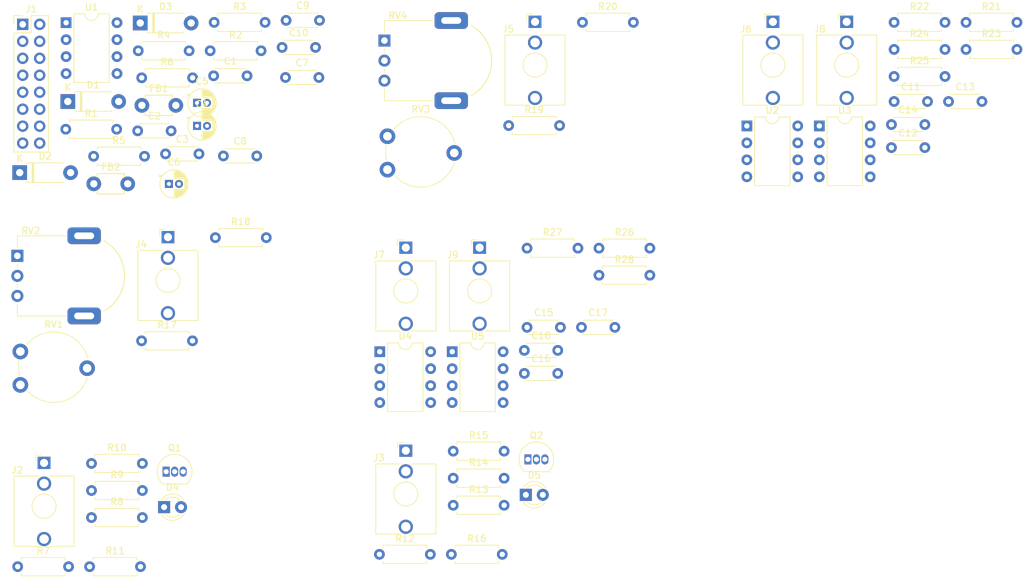
<source format=kicad_pcb>
(kicad_pcb (version 20221018) (generator pcbnew)
  (layers (0 "F.Cu" signal) (31 "B.Cu" signal) (34 "B.Paste" user) (35 "F.Paste" user) (36 "B.SilkS" user "B.Silkscreen") (37 "F.SilkS" user "F.Silkscreen") (38 "B.Mask" user) (39 "F.Mask" user) (44 "Edge.Cuts" user))
  (net 0 "")
  (net 1 "+12V")
  (net 2 "GND")
  (net 3 "-12V")
  (net 4 "+5V")
  (net 5 "Net-(D2-K)")
  (net 6 "Net-(D3-A)")
  (net 7 "/Detector 1/Clipped")
  (net 8 "/Detector 2/Clipped")
  (net 9 "Net-(D1-A)")
  (net 10 "Net-(D2-A)")
  (net 11 "Net-(D3-K)")
  (net 12 "CV")
  (net 13 "Gate")
  (net 14 "Net-(J2-PadT)")
  (net 16 "Net-(J3-PadT)")
  (net 18 "Net-(J4-PadT)")
  (net 19 "Net-(J4-PadTN)")
  (net 20 "Net-(J5-PadT)")
  (net 21 "Net-(J5-PadTN)")
  (net 22 "Net-(J6-PadT)")
  (net 23 "Net-(D4-K)")
  (net 24 "Net-(J7-PadT)")
  (net 26 "Net-(D5-K)")
  (net 27 "Net-(J8-PadT)")
  (net 28 "Net-(J9-PadT)")
  (net 30 "Net-(Q1-C)")
  (net 31 "Net-(Q1-B)")
  (net 32 "Net-(Q2-C)")
  (net 33 "Net-(Q2-B)")
  (net 34 "DELAY_THRESHOLD")
  (net 35 "/Output 1/Clip Input")
  (net 36 "Net-(R17-Pad2)")
  (net 37 "Net-(R18-Pad2)")
  (net 38 "/Output 2/Clip Input")
  (net 39 "Net-(R15-Pad2)")
  (net 40 "Net-(R16-Pad2)")
  (net 41 "Net-(U2A-+)")
  (net 42 "Net-(U3A--)")
  (net 43 "/Clip CV 1/Clip CV")
  (net 44 "Net-(U2B--)")
  (net 45 "Net-(U3B-+)")
  (net 46 "Net-(U2A--)")
  (net 47 "Net-(U4A-+)")
  (net 48 "Net-(U5A--)")
  (net 49 "/Clip CV 2/Clip CV")
  (net 50 "Net-(U4B--)")
  (net 51 "Net-(U5B-+)")
  (net 52 "Net-(U4A--)")
  (footprint "mopsy:Potentiometer_Befaco_12mm_Single_Vertical" (layer "F.Cu") (at 69.51 98.535)
    (fp_text reference "RV2" (at -8 -6.75) (layer "F.SilkS"))
    (fp_text value "100k")
    (pad "1" thru_hole rect (at -10 -3) (size 1.8 1.8) (drill 1) (layers "*.Cu" "*.Mask") (net 18 "Net-(J4-PadT)"))
    (pad "2" thru_hole circle (at -10 0) (size 1.8 1.8) (drill 1) (layers "*.Cu" "*.Mask") (net 43 "/Clip CV 1/Clip CV"))
    (pad "3" thru_hole circle (at -10 3) (size 1.8 1.8) (drill 1) (layers "*.Cu" "*.Mask") (net 2 "GND"))
    (pad "MP" thru_hole roundrect (at 0 -6) (size 5 2.5) (drill oval 3 1) (layers "*.Cu" "*.Mask"))
    (pad "MP" thru_hole roundrect (at 0 6) (size 5 2.5) (drill oval 3 1) (layers "*.Cu" "*.Mask"))
  )
  (footprint "Resistor_THT:R_Axial_DIN0207_L6.3mm_D2.5mm_P7.62mm_Horizontal" (layer "F.Cu") (at 124.77 132.88)
    (fp_text reference "R13" (at 3.81 -2.37) (layer "F.SilkS"))
    (fp_text value "2k2")
    (pad "1" thru_hole circle (at 0 0) (size 1.6 1.6) (drill 0.8) (layers "*.Cu" "*.Mask") (net 4 "+5V"))
    (pad "2" thru_hole oval (at 7.62 0) (size 1.6 1.6) (drill 0.8) (layers "*.Cu" "*.Mask") (net 32 "Net-(Q2-C)"))
  )
  (footprint "Package_DIP:DIP-8_W7.62mm" (layer "F.Cu") (at 179.58 76.08)
    (fp_text reference "U3" (at 3.81 -2.33) (layer "F.SilkS"))
    (fp_text value "LM393")
    (pad "1" thru_hole rect (at 0 0) (size 1.6 1.6) (drill 0.8) (layers "*.Cu" "*.Mask") (net 7 "/Detector 1/Clipped"))
    (pad "2" thru_hole oval (at 0 2.54) (size 1.6 1.6) (drill 0.8) (layers "*.Cu" "*.Mask") (net 42 "Net-(U3A--)"))
    (pad "3" thru_hole oval (at 0 5.08) (size 1.6 1.6) (drill 0.8) (layers "*.Cu" "*.Mask") (net 46 "Net-(U2A--)"))
    (pad "4" thru_hole oval (at 0 7.62) (size 1.6 1.6) (drill 0.8) (layers "*.Cu" "*.Mask") (net 3 "-12V"))
    (pad "5" thru_hole oval (at 7.62 7.62) (size 1.6 1.6) (drill 0.8) (layers "*.Cu" "*.Mask") (net 45 "Net-(U3B-+)"))
    (pad "6" thru_hole oval (at 7.62 5.08) (size 1.6 1.6) (drill 0.8) (layers "*.Cu" "*.Mask") (net 46 "Net-(U2A--)"))
    (pad "7" thru_hole oval (at 7.62 2.54) (size 1.6 1.6) (drill 0.8) (layers "*.Cu" "*.Mask") (net 7 "/Detector 1/Clipped"))
    (pad "8" thru_hole oval (at 7.62 0) (size 1.6 1.6) (drill 0.8) (layers "*.Cu" "*.Mask") (net 1 "+12V"))
  )
  (footprint "Connector_Audio:Jack_3.5mm_QingPu_WQP-PJ398SM_Vertical_CircularHoles" (layer "F.Cu") (at 183.68 60.5)
    (fp_text reference "J8" (at -4.03 1.08 180) (layer "F.SilkS"))
    (fp_text value "Audio In")
    (pad "S" thru_hole rect (at 0 0 180) (size 1.93 1.83) (drill 1.22) (layers "*.Cu" "*.Mask") (net 2 "GND"))
    (pad "T" thru_hole circle (at 0 11.4 180) (size 2.13 2.13) (drill 1.43) (layers "*.Cu" "*.Mask") (net 27 "Net-(J8-PadT)"))
    (pad "TN" thru_hole circle (at 0 3.1 180) (size 2.13 2.13) (drill 1.42) (layers "*.Cu" "*.Mask") (net 2 "GND"))
  )
  (footprint "mopsy:FBeadL4D4" (layer "F.Cu") (at 80.695 73.004)
    (fp_text reference "FB1" (at 0 -2.54 unlocked) (layer "F.SilkS"))
    (fp_text value "FerriteBead")
    (pad "1" thru_hole circle (at -2.54 0) (size 2.2 2.2) (drill 1.1) (layers "*.Cu" "*.Mask") (net 5 "Net-(D2-K)"))
    (pad "2" thru_hole circle (at 2.54 0) (size 2.2 2.2) (drill 1.1) (layers "*.Cu" "*.Mask") (net 1 "+12V"))
  )
  (footprint "Connector_Audio:Jack_3.5mm_QingPu_WQP-PJ398SM_Vertical_CircularHoles" (layer "F.Cu") (at 128.72 94.31)
    (fp_text reference "J9" (at -4.03 1.08 180) (layer "F.SilkS"))
    (fp_text value "Through")
    (pad "S" thru_hole rect (at 0 0 180) (size 1.93 1.83) (drill 1.22) (layers "*.Cu" "*.Mask") (net 2 "GND"))
    (pad "T" thru_hole circle (at 0 11.4 180) (size 2.13 2.13) (drill 1.43) (layers "*.Cu" "*.Mask") (net 28 "Net-(J9-PadT)"))
    (pad "TN" thru_hole circle (at 0 3.1 180) (size 2.13 2.13) (drill 1.42) (layers "*.Cu" "*.Mask"))
  )
  (footprint "Potentiometer_THT:Potentiometer_Piher_PT-10-V10_Vertical" (layer "F.Cu") (at 59.96 114.86)
    (fp_text reference "RV1" (at 5 -9.05) (layer "F.SilkS"))
    (fp_text value "10k")
    (pad "1" thru_hole circle (at 0 0) (size 2.34 2.34) (drill 1.3) (layers "*.Cu" "*.Mask") (net 39 "Net-(R15-Pad2)"))
    (pad "2" thru_hole circle (at 10 -2.5) (size 2.34 2.34) (drill 1.3) (layers "*.Cu" "*.Mask") (net 19 "Net-(J4-PadTN)"))
    (pad "3" thru_hole circle (at 0 -5) (size 2.34 2.34) (drill 1.3) (layers "*.Cu" "*.Mask") (net 40 "Net-(R16-Pad2)"))
  )
  (footprint "Package_DIP:DIP-8_W7.62mm" (layer "F.Cu") (at 124.62 109.89)
    (fp_text reference "U5" (at 3.81 -2.33) (layer "F.SilkS"))
    (fp_text value "LM393")
    (pad "1" thru_hole rect (at 0 0) (size 1.6 1.6) (drill 0.8) (layers "*.Cu" "*.Mask") (net 8 "/Detector 2/Clipped"))
    (pad "2" thru_hole oval (at 0 2.54) (size 1.6 1.6) (drill 0.8) (layers "*.Cu" "*.Mask") (net 48 "Net-(U5A--)"))
    (pad "3" thru_hole oval (at 0 5.08) (size 1.6 1.6) (drill 0.8) (layers "*.Cu" "*.Mask") (net 52 "Net-(U4A--)"))
    (pad "4" thru_hole oval (at 0 7.62) (size 1.6 1.6) (drill 0.8) (layers "*.Cu" "*.Mask") (net 3 "-12V"))
    (pad "5" thru_hole oval (at 7.62 7.62) (size 1.6 1.6) (drill 0.8) (layers "*.Cu" "*.Mask") (net 51 "Net-(U5B-+)"))
    (pad "6" thru_hole oval (at 7.62 5.08) (size 1.6 1.6) (drill 0.8) (layers "*.Cu" "*.Mask") (net 52 "Net-(U4A--)"))
    (pad "7" thru_hole oval (at 7.62 2.54) (size 1.6 1.6) (drill 0.8) (layers "*.Cu" "*.Mask") (net 8 "/Detector 2/Clipped"))
    (pad "8" thru_hole oval (at 7.62 0) (size 1.6 1.6) (drill 0.8) (layers "*.Cu" "*.Mask") (net 1 "+12V"))
  )
  (footprint "Package_DIP:DIP-8_W7.62mm" (layer "F.Cu") (at 66.81 60.63)
    (fp_text reference "U1" (at 3.81 -2.33) (layer "F.SilkS"))
    (fp_text value "LM393")
    (pad "1" thru_hole rect (at 0 0) (size 1.6 1.6) (drill 0.8) (layers "*.Cu" "*.Mask") (net 35 "/Output 1/Clip Input"))
    (pad "2" thru_hole oval (at 0 2.54) (size 1.6 1.6) (drill 0.8) (layers "*.Cu" "*.Mask") (net 7 "/Detector 1/Clipped"))
    (pad "3" thru_hole oval (at 0 5.08) (size 1.6 1.6) (drill 0.8) (layers "*.Cu" "*.Mask") (net 34 "DELAY_THRESHOLD"))
    (pad "4" thru_hole oval (at 0 7.62) (size 1.6 1.6) (drill 0.8) (layers "*.Cu" "*.Mask") (net 3 "-12V"))
    (pad "5" thru_hole oval (at 7.62 7.62) (size 1.6 1.6) (drill 0.8) (layers "*.Cu" "*.Mask") (net 34 "DELAY_THRESHOLD"))
    (pad "6" thru_hole oval (at 7.62 5.08) (size 1.6 1.6) (drill 0.8) (layers "*.Cu" "*.Mask") (net 8 "/Detector 2/Clipped"))
    (pad "7" thru_hole oval (at 7.62 2.54) (size 1.6 1.6) (drill 0.8) (layers "*.Cu" "*.Mask") (net 38 "/Output 2/Clip Input"))
    (pad "8" thru_hole oval (at 7.62 0) (size 1.6 1.6) (drill 0.8) (layers "*.Cu" "*.Mask") (net 1 "+12V"))
  )
  (footprint "Resistor_THT:R_Axial_DIN0207_L6.3mm_D2.5mm_P7.62mm_Horizontal" (layer "F.Cu") (at 89.16 92.81)
    (fp_text reference "R18" (at 3.81 -2.37) (layer "F.SilkS"))
    (fp_text value "100k")
    (pad "1" thru_hole circle (at 0 0) (size 1.6 1.6) (drill 0.8) (layers "*.Cu" "*.Mask") (net 2 "GND"))
    (pad "2" thru_hole oval (at 7.62 0) (size 1.6 1.6) (drill 0.8) (layers "*.Cu" "*.Mask") (net 37 "Net-(R18-Pad2)"))
  )
  (footprint "Capacitor_THT:C_Disc_D4.3mm_W1.9mm_P5.00mm" (layer "F.Cu") (at 135.42 113.14)
    (fp_text reference "C16" (at 2.5 -2.2) (layer "F.SilkS"))
    (fp_text value "100n")
    (pad "1" thru_hole circle (at 0 0) (size 1.6 1.6) (drill 0.8) (layers "*.Cu" "*.Mask") (net 2 "GND"))
    (pad "2" thru_hole circle (at 5 0) (size 1.6 1.6) (drill 0.8) (layers "*.Cu" "*.Mask") (net 3 "-12V"))
  )
  (footprint "Capacitor_THT:CP_Radial_D4.0mm_P1.50mm" (layer "F.Cu") (at 82.204801 84.77)
    (fp_text reference "C6" (at 0.75 -3.25) (layer "F.SilkS"))
    (fp_text value "10u")
    (pad "1" thru_hole rect (at 0 0) (size 1.2 1.2) (drill 0.6) (layers "*.Cu" "*.Mask") (net 2 "GND"))
    (pad "2" thru_hole circle (at 1.5 0) (size 1.2 1.2) (drill 0.6) (layers "*.Cu" "*.Mask") (net 3 "-12V"))
  )
  (footprint "Resistor_THT:R_Axial_DIN0207_L6.3mm_D2.5mm_P7.62mm_Horizontal" (layer "F.Cu") (at 124.77 128.83)
    (fp_text reference "R14" (at 3.81 -2.37) (layer "F.SilkS"))
    (fp_text value "10k")
    (pad "1" thru_hole circle (at 0 0) (size 1.6 1.6) (drill 0.8) (layers "*.Cu" "*.Mask") (net 32 "Net-(Q2-C)"))
    (pad "2" thru_hole oval (at 7.62 0) (size 1.6 1.6) (drill 0.8) (layers "*.Cu" "*.Mask") (net 16 "Net-(J3-PadT)"))
  )
  (footprint "Capacitor_THT:C_Disc_D4.3mm_W1.9mm_P5.00mm" (layer "F.Cu") (at 99.15 64.33)
    (fp_text reference "C10" (at 2.5 -2.2) (layer "F.SilkS"))
    (fp_text value "100n")
    (pad "1" thru_hole circle (at 0 0) (size 1.6 1.6) (drill 0.8) (layers "*.Cu" "*.Mask") (net 2 "GND"))
    (pad "2" thru_hole circle (at 5 0) (size 1.6 1.6) (drill 0.8) (layers "*.Cu" "*.Mask") (net 3 "-12V"))
  )
  (footprint "Capacitor_THT:C_Disc_D4.3mm_W1.9mm_P5.00mm" (layer "F.Cu") (at 135.82 106.24)
    (fp_text reference "C15" (at 2.5 -2.2) (layer "F.SilkS"))
    (fp_text value "100n")
    (pad "1" thru_hole circle (at 0 0) (size 1.6 1.6) (drill 0.8) (layers "*.Cu" "*.Mask") (net 1 "+12V"))
    (pad "2" thru_hole circle (at 5 0) (size 1.6 1.6) (drill 0.8) (layers "*.Cu" "*.Mask") (net 2 "GND"))
  )
  (footprint "Resistor_THT:R_Axial_DIN0207_L6.3mm_D2.5mm_P7.62mm_Horizontal" (layer "F.Cu") (at 88.98 60.58)
    (fp_text reference "R3" (at 3.81 -2.37) (layer "F.SilkS"))
    (fp_text value "47k")
    (pad "1" thru_hole circle (at 0 0) (size 1.6 1.6) (drill 0.8) (layers "*.Cu" "*.Mask") (net 2 "GND"))
    (pad "2" thru_hole oval (at 7.62 0) (size 1.6 1.6) (drill 0.8) (layers "*.Cu" "*.Mask") (net 34 "DELAY_THRESHOLD"))
  )
  (footprint "Capacitor_THT:C_Disc_D4.3mm_W1.9mm_P5.00mm" (layer "F.Cu") (at 198.93 72.43)
    (fp_text reference "C13" (at 2.5 -2.2) (layer "F.SilkS"))
    (fp_text value "100n")
    (pad "1" thru_hole circle (at 0 0) (size 1.6 1.6) (drill 0.8) (layers "*.Cu" "*.Mask") (net 1 "+12V"))
    (pad "2" thru_hole circle (at 5 0) (size 1.6 1.6) (drill 0.8) (layers "*.Cu" "*.Mask") (net 2 "GND"))
  )
  (footprint "Diode_THT:D_DO-41_SOD81_P7.62mm_Horizontal" (layer "F.Cu") (at 77.91 60.68)
    (fp_text reference "D3" (at 3.81 -2.47) (layer "F.SilkS"))
    (fp_text value "1N5817")
    (fp_text user "K" (at 0 -2.1) (layer "F.SilkS"))
    (pad "1" thru_hole rect (at 0 0) (size 2.2 2.2) (drill 1.1) (layers "*.Cu" "*.Mask") (net 11 "Net-(D3-K)"))
    (pad "2" thru_hole oval (at 7.62 0) (size 2.2 2.2) (drill 1.1) (layers "*.Cu" "*.Mask") (net 6 "Net-(D3-A)"))
  )
  (footprint "Resistor_THT:R_Axial_DIN0207_L6.3mm_D2.5mm_P7.62mm_Horizontal" (layer "F.Cu") (at 133.07 76.03)
    (fp_text reference "R19" (at 3.81 -2.37) (layer "F.SilkS"))
    (fp_text value "100k")
    (pad "1" thru_hole circle (at 0 0) (size 1.6 1.6) (drill 0.8) (layers "*.Cu" "*.Mask") (net 22 "Net-(J6-PadT)"))
    (pad "2" thru_hole oval (at 7.62 0) (size 1.6 1.6) (drill 0.8) (layers "*.Cu" "*.Mask") (net 41 "Net-(U2A-+)"))
  )
  (footprint "Connector_Audio:Jack_3.5mm_QingPu_WQP-PJ398SM_Vertical_CircularHoles" (layer "F.Cu") (at 63.51 126.54)
    (fp_text reference "J2" (at -4.03 1.08 180) (layer "F.SilkS"))
    (fp_text value "Output Gate")
    (pad "S" thru_hole rect (at 0 0 180) (size 1.93 1.83) (drill 1.22) (layers "*.Cu" "*.Mask") (net 2 "GND"))
    (pad "T" thru_hole circle (at 0 11.4 180) (size 2.13 2.13) (drill 1.43) (layers "*.Cu" "*.Mask") (net 14 "Net-(J2-PadT)"))
    (pad "TN" thru_hole circle (at 0 3.1 180) (size 2.13 2.13) (drill 1.42) (layers "*.Cu" "*.Mask"))
  )
  (footprint "Capacitor_THT:C_Disc_D4.3mm_W1.9mm_P5.00mm" (layer "F.Cu") (at 99.654801 68.83)
    (fp_text reference "C7" (at 2.5 -2.2) (layer "F.SilkS"))
    (fp_text value "100n")
    (pad "1" thru_hole circle (at 0 0) (size 1.6 1.6) (drill 0.8) (layers "*.Cu" "*.Mask") (net 7 "/Detector 1/Clipped"))
    (pad "2" thru_hole circle (at 5 0) (size 1.6 1.6) (drill 0.8) (layers "*.Cu" "*.Mask") (net 3 "-12V"))
  )
  (footprint "Resistor_THT:R_Axial_DIN0207_L6.3mm_D2.5mm_P7.62mm_Horizontal" (layer "F.Cu") (at 190.78 68.68)
    (fp_text reference "R25" (at 3.81 -2.37) (layer "F.SilkS"))
    (fp_text value "100k")
    (pad "1" thru_hole circle (at 0 0) (size 1.6 1.6) (drill 0.8) (layers "*.Cu" "*.Mask") (net 48 "Net-(U5A--)"))
    (pad "2" thru_hole oval (at 7.62 0) (size 1.6 1.6) (drill 0.8) (layers "*.Cu" "*.Mask") (net 49 "/Clip CV 2/Clip CV"))
  )
  (footprint "Resistor_THT:R_Axial_DIN0207_L6.3mm_D2.5mm_P7.62mm_Horizontal" (layer "F.Cu") (at 124.49 140.23)
    (fp_text reference "R16" (at 3.81 -2.37) (layer "F.SilkS"))
    (fp_text value "100k")
    (pad "1" thru_hole circle (at 0 0) (size 1.6 1.6) (drill 0.8) (layers "*.Cu" "*.Mask") (net 2 "GND"))
    (pad "2" thru_hole oval (at 7.62 0) (size 1.6 1.6) (drill 0.8) (layers "*.Cu" "*.Mask") (net 40 "Net-(R16-Pad2)"))
  )
  (footprint "Capacitor_THT:C_Disc_D4.3mm_W1.9mm_P5.00mm" (layer "F.Cu") (at 90.354801 80.58)
    (fp_text reference "C8" (at 2.5 -2.2) (layer "F.SilkS"))
    (fp_text value "100n")
    (pad "1" thru_hole circle (at 0 0) (size 1.6 1.6) (drill 0.8) (layers "*.Cu" "*.Mask") (net 8 "/Detector 2/Clipped"))
    (pad "2" thru_hole circle (at 5 0) (size 1.6 1.6) (drill 0.8) (layers "*.Cu" "*.Mask") (net 3 "-12V"))
  )
  (footprint "mopsy:FBeadL4D4" (layer "F.Cu") (at 73.495 84.754)
    (fp_text reference "FB2" (at 0 -2.54 unlocked) (layer "F.SilkS"))
    (fp_text value "FerriteBead")
    (pad "1" thru_hole circle (at -2.54 0) (size 2.2 2.2) (drill 1.1) (layers "*.Cu" "*.Mask") (net 6 "Net-(D3-A)"))
    (pad "2" thru_hole circle (at 2.54 0) (size 2.2 2.2) (drill 1.1) (layers "*.Cu" "*.Mask") (net 3 "-12V"))
  )
  (footprint "Resistor_THT:R_Axial_DIN0207_L6.3mm_D2.5mm_P7.62mm_Horizontal" (layer "F.Cu") (at 146.59 98.44)
    (fp_text reference "R28" (at 3.81 -2.37) (layer "F.SilkS"))
    (fp_text value "1k")
    (pad "1" thru_hole circle (at 0 0) (size 1.6 1.6) (drill 0.8) (layers "*.Cu" "*.Mask") (net 28 "Net-(J9-PadT)"))
    (pad "2" thru_hole oval (at 7.62 0) (size 1.6 1.6) (drill 0.8) (layers "*.Cu" "*.Mask") (net 52 "Net-(U4A--)"))
  )
  (footprint "Capacitor_THT:C_Disc_D4.3mm_W1.9mm_P5.00mm" (layer "F.Cu") (at 135.42 109.69)
    (fp_text reference "C18" (at 2.5 -2.2) (layer "F.SilkS"))
    (fp_text value "100n")
    (pad "1" thru_hole circle (at 0 0) (size 1.6 1.6) (drill 0.8) (layers "*.Cu" "*.Mask") (net 2 "GND"))
    (pad "2" thru_hole circle (at 5 0) (size 1.6 1.6) (drill 0.8) (layers "*.Cu" "*.Mask") (net 3 "-12V"))
  )
  (footprint "Capacitor_THT:CP_Radial_D4.0mm_P1.50mm" (layer "F.Cu") (at 86.41 72.63)
    (fp_text reference "C5" (at 0.75 -3.25) (layer "F.SilkS"))
    (fp_text value "10u")
    (pad "1" thru_hole rect (at 0 0) (size 1.2 1.2) (drill 0.6) (layers "*.Cu" "*.Mask") (net 1 "+12V"))
    (pad "2" thru_hole circle (at 1.5 0) (size 1.2 1.2) (drill 0.6) (layers "*.Cu" "*.Mask") (net 2 "GND"))
  )
  (footprint "Connector_Audio:Jack_3.5mm_QingPu_WQP-PJ398SM_Vertical_CircularHoles" (layer "F.Cu") (at 82.06 92.73)
    (fp_text reference "J4" (at -4.03 1.08 180) (layer "F.SilkS"))
    (fp_text value "Input")
    (pad "S" thru_hole rect (at 0 0 180) (size 1.93 1.83) (drill 1.22) (layers "*.Cu" "*.Mask") (net 2 "GND"))
    (pad "T" thru_hole circle (at 0 11.4 180) (size 2.13 2.13) (drill 1.43) (layers "*.Cu" "*.Mask") (net 18 "Net-(J4-PadT)"))
    (pad "TN" thru_hole circle (at 0 3.1 180) (size 2.13 2.13) (drill 1.42) (layers "*.Cu" "*.Mask") (net 19 "Net-(J4-PadTN)"))
  )
  (footprint "Connector_Audio:Jack_3.5mm_QingPu_WQP-PJ398SM_Vertical_CircularHoles" (layer "F.Cu") (at 172.63 60.5)
    (fp_text reference "J6" (at -4.03 1.08 180) (layer "F.SilkS"))
    (fp_text value "Audio In")
    (pad "S" thru_hole rect (at 0 0 180) (size 1.93 1.83) (drill 1.22) (layers "*.Cu" "*.Mask") (net 2 "GND"))
    (pad "T" thru_hole circle (at 0 11.4 180) (size 2.13 2.13) (drill 1.43) (layers "*.Cu" "*.Mask") (net 22 "Net-(J6-PadT)"))
    (pad "TN" thru_hole circle (at 0 3.1 180) (size 2.13 2.13) (drill 1.42) (layers "*.Cu" "*.Mask") (net 2 "GND"))
  )
  (footprint "Capacitor_THT:CP_Radial_D4.0mm_P1.50mm" (layer "F.Cu") (at 86.41 76.08)
    (fp_text reference "C4" (at 0.75 -3.25) (layer "F.SilkS"))
    (fp_text value "10u")
    (pad "1" thru_hole rect (at 0 0) (size 1.2 1.2) (drill 0.6) (layers "*.Cu" "*.Mask") (net 4 "+5V"))
    (pad "2" thru_hole circle (at 1.5 0) (size 1.2 1.2) (drill 0.6) (layers "*.Cu" "*.Mask") (net 2 "GND"))
  )
  (footprint "Resistor_THT:R_Axial_DIN0207_L6.3mm_D2.5mm_P7.62mm_Horizontal" (layer "F.Cu") (at 70.93 80.63)
    (fp_text reference "R5" (at 3.81 -2.37) (layer "F.SilkS"))
    (fp_text value "22k")
    (pad "1" thru_hole circle (at 0 0) (size 1.6 1.6) (drill 0.8) (layers "*.Cu" "*.Mask") (net 35 "/Output 1/Clip Input"))
    (pad "2" thru_hole oval (at 7.62 0) (size 1.6 1.6) (drill 0.8) (layers "*.Cu" "*.Mask") (net 23 "Net-(D4-K)"))
  )
  (footprint "Resistor_THT:R_Axial_DIN0207_L6.3mm_D2.5mm_P7.62mm_Horizontal" (layer "F.Cu") (at 70.33 142.07)
    (fp_text reference "R11" (at 3.81 -2.37) (layer "F.SilkS"))
    (fp_text value "4k7")
    (pad "1" thru_hole circle (at 0 0) (size 1.6 1.6) (drill 0.8) (layers "*.Cu" "*.Mask") (net 4 "+5V"))
    (pad "2" thru_hole oval (at 7.62 0) (size 1.6 1.6) (drill 0.8) (layers "*.Cu" "*.Mask") (net 33 "Net-(Q2-B)"))
  )
  (footprint "Capacitor_THT:C_Disc_D4.3mm_W1.9mm_P5.00mm" (layer "F.Cu") (at 88.9 68.58)
    (fp_text reference "C1" (at 2.5 -2.2) (layer "F.SilkS"))
    (fp_text value "100n")
    (pad "1" thru_hole circle (at 0 0) (size 1.6 1.6) (drill 0.8) (layers "*.Cu" "*.Mask") (net 4 "+5V"))
    (pad "2" thru_hole circle (at 5 0) (size 1.6 1.6) (drill 0.8) (layers "*.Cu" "*.Mask") (net 2 "GND"))
  )
  (footprint "Resistor_THT:R_Axial_DIN0207_L6.3mm_D2.5mm_P7.62mm_Horizontal" (layer "F.Cu") (at 78.13 68.88)
    (fp_text reference "R6" (at 3.81 -2.37) (layer "F.SilkS"))
    (fp_text value "4k7")
    (pad "1" thru_hole circle (at 0 0) (size 1.6 1.6) (drill 0.8) (layers "*.Cu" "*.Mask") (net 4 "+5V"))
    (pad "2" thru_hole oval (at 7.62 0) (size 1.6 1.6) (drill 0.8) (layers "*.Cu" "*.Mask") (net 31 "Net-(Q1-B)"))
  )
  (footprint "Resistor_THT:R_Axial_DIN0207_L6.3mm_D2.5mm_P7.62mm_Horizontal" (layer "F.Cu") (at 201.55 60.58)
    (fp_text reference "R21" (at 3.81 -2.37) (layer "F.SilkS"))
    (fp_text value "100k")
    (pad "1" thru_hole circle (at 0 0) (size 1.6 1.6) (drill 0.8) (layers "*.Cu" "*.Mask") (net 44 "Net-(U2B--)"))
    (pad "2" thru_hole oval (at 7.62 0) (size 1.6 1.6) (drill 0.8) (layers "*.Cu" "*.Mask") (net 43 "/Clip CV 1/Clip CV"))
  )
  (footprint "Connector_Audio:Jack_3.5mm_QingPu_WQP-PJ398SM_Vertical_CircularHoles" (layer "F.Cu") (at 137.02 60.5)
    (fp_text reference "J5" (at -4.03 1.08 180) (layer "F.SilkS"))
    (fp_text value "Input")
    (pad "S" thru_hole rect (at 0 0 180) (size 1.93 1.83) (drill 1.22) (layers "*.Cu" "*.Mask") (net 2 "GND"))
    (pad "T" thru_hole circle (at 0 11.4 180) (size 2.13 2.13) (drill 1.43) (layers "*.Cu" "*.Mask") (net 20 "Net-(J5-PadT)"))
    (pad "TN" thru_hole circle (at 0 3.1 180) (size 2.13 2.13) (drill 1.42) (layers "*.Cu" "*.Mask") (net 21 "Net-(J5-PadTN)"))
  )
  (footprint "Resistor_THT:R_Axial_DIN0207_L6.3mm_D2.5mm_P7.62mm_Horizontal" (layer "F.Cu") (at 190.78 60.58)
    (fp_text reference "R22" (at 3.81 -2.37) (layer "F.SilkS"))
    (fp_text value "100k")
    (pad "1" thru_hole circle (at 0 0) (size 1.6 1.6) (drill 0.8) (layers "*.Cu" "*.Mask") (net 45 "Net-(U3B-+)"))
    (pad "2" thru_hole oval (at 7.62 0) (size 1.6 1.6) (drill 0.8) (layers "*.Cu" "*.Mask") (net 44 "Net-(U2B--)"))
  )
  (footprint "Capacitor_THT:C_Disc_D4.3mm_W1.9mm_P5.00mm" (layer "F.Cu") (at 99.75 60.28)
    (fp_text reference "C9" (at 2.5 -2.2) (layer "F.SilkS"))
    (fp_text value "100n")
    (pad "1" thru_hole circle (at 0 0) (size 1.6 1.6) (drill 0.8) (layers "*.Cu" "*.Mask") (net 1 "+12V"))
    (pad "2" thru_hole circle (at 5 0) (size 1.6 1.6) (drill 0.8) (layers "*.Cu" "*.Mask") (net 2 "GND"))
  )
  (footprint "Package_DIP:DIP-8_W7.62mm" (layer "F.Cu") (at 168.73 76.08)
    (fp_text reference "U2" (at 3.81 -2.33) (layer "F.SilkS"))
    (fp_text value "TL072")
    (pad "1" thru_hole rect (at 0 0) (size 1.6 1.6) (drill 0.8) (layers "*.Cu" "*.Mask") (net 46 "Net-(U2A--)"))
    (pad "2" thru_hole oval (at 0 2.54) (size 1.6 1.6) (drill 0.8) (layers "*.Cu" "*.Mask") (net 46 "Net-(U2A--)"))
    (pad "3" thru_hole oval (at 0 5.08) (size 1.6 1.6) (drill 0.8) (layers "*.Cu" "*.Mask") (net 41 "Net-(U2A-+)"))
    (pad "4" thru_hole oval (at 0 7.62) (size 1.6 1.6) (drill 0.8) (layers "*.Cu" "*.Mask") (net 3 "-12V"))
    (pad "5" thru_hole oval (at 7.62 7.62) (size 1.6 1.6) (drill 0.8) (layers "*.Cu" "*.Mask") (net 2 "GND"))
    (pad "6" thru_hole oval (at 7.62 5.08) (size 1.6 1.6) (drill 0.8) (layers "*.Cu" "*.Mask") (net 44 "Net-(U2B--)"))
    (pad "7" thru_hole oval (at 7.62 2.54) (size 1.6 1.6) (drill 0.8) (layers "*.Cu" "*.Mask") (net 45 "Net-(U3B-+)"))
    (pad "8" thru_hole oval (at 7.62 0) (size 1.6 1.6) (drill 0.8) (layers "*.Cu" "*.Mask") (net 1 "+12V"))
  )
  (footprint "Resistor_THT:R_Axial_DIN0207_L6.3mm_D2.5mm_P7.62mm_Horizontal" (layer "F.Cu") (at 70.61 126.62)
    (fp_text reference "R10" (at 3.81 -2.37) (layer "F.SilkS"))
    (fp_text value "22k")
    (pad "1" thru_hole circle (at 0 0) (size 1.6 1.6) (drill 0.8) (layers "*.Cu" "*.Mask") (net 38 "/Output 2/Clip Input"))
    (pad "2" thru_hole oval (at 7.62 0) (size 1.6 1.6) (drill 0.8) (layers "*.Cu" "*.Mask") (net 26 "Net-(D5-K)"))
  )
  (footprint "Connector_Audio:Jack_3.5mm_QingPu_WQP-PJ398SM_Vertical_CircularHoles" (layer "F.Cu") (at 117.67 124.7)
    (fp_text reference "J3" (at -4.03 1.08 180) (layer "F.SilkS"))
    (fp_text value "Output Gate")
    (pad "S" thru_hole rect (at 0 0 180) (size 1.93 1.83) (drill 1.22) (layers "*.Cu" "*.Mask") (net 2 "GND"))
    (pad "T" thru_hole circle (at 0 11.4 180) (size 2.13 2.13) (drill 1.43) (layers "*.Cu" "*.Mask") (net 16 "Net-(J3-PadT)"))
    (pad "TN" thru_hole circle (at 0 3.1 180) (size 2.13 2.13) (drill 1.42) (layers "*.Cu" "*.Mask"))
  )
  (footprint "mopsy:Potentiometer_Befaco_12mm_Single_Vertical" (layer "F.Cu") (at 124.47 66.305)
    (fp_text reference "RV4" (at -8 -6.75) (layer "F.SilkS"))
    (fp_text value "100k")
    (pad "1" thru_hole rect (at -10 -3) (size 1.8 1.8) (drill 1) (layers "*.Cu" "*.Mask") (net 20 "Net-(J5-PadT)"))
    (pad "2" thru_hole circle (at -10 0) (size 1.8 1.8) (drill 1) (layers "*.Cu" "*.Mask") (net 49 "/Clip CV 2/Clip CV"))
    (pad "3" thru_hole circle (at -10 3) (size 1.8 1.8) (drill 1) (layers "*.Cu" "*.Mask") (net 2 "GND"))
    (pad "MP" thru_hole roundrect (at 0 -6) (size 5 2.5) (drill oval 3 1) (layers "*.Cu" "*.Mask"))
    (pad "MP" thru_hole roundrect (at 0 6) (size 5 2.5) (drill oval 3 1) (layers "*.Cu" "*.Mask"))
  )
  (footprint "Diode_THT:D_DO-41_SOD81_P7.62mm_Horizontal" (layer "F.Cu") (at 67.06 72.43)
    (fp_text reference "D1" (at 3.81 -2.47) (layer "F.SilkS"))
    (fp_text value "1N5817")
    (fp_text user "K" (at 0 -2.1) (layer "F.SilkS"))
    (pad "1" thru_hole rect (at 0 0) (size 2.2 2.2) (drill 1.1) (layers "*.Cu" "*.Mask") (net 4 "+5V"))
    (pad "2" thru_hole oval (at 7.62 0) (size 2.2 2.2) (drill 1.1) (layers "*.Cu" "*.Mask") (net 9 "Net-(D1-A)"))
  )
  (footprint "Resistor_THT:R_Axial_DIN0207_L6.3mm_D2.5mm_P7.62mm_Horizontal" (layer "F.Cu") (at 113.72 140.23)
    (fp_text reference "R12" (at 3.81 -2.37) (layer "F.SilkS"))
    (fp_text value "10k")
    (pad "1" thru_hole circle (at 0 0) (size 1.6 1.6) (drill 0.8) (layers "*.Cu" "*.Mask") (net 33 "Net-(Q2-B)"))
    (pad "2" thru_hole oval (at 7.62 0) (size 1.6 1.6) (drill 0.8) (layers "*.Cu" "*.Mask") (net 38 "/Output 2/Clip Input"))
  )
  (footprint "LED_THT:LED_D3.0mm" (layer "F.Cu") (at 135.64 131.32)
    (fp_text reference "D5" (at 1.27 -2.96) (layer "F.SilkS"))
    (fp_text value "LED")
    (pad "1" thru_hole rect (at 0 0) (size 1.8 1.8) (drill 0.9) (layers "*.Cu" "*.Mask") (net 26 "Net-(D5-K)"))
    (pad "2" thru_hole circle (at 2.54 0) (size 1.8 1.8) (drill 0.9) (layers "*.Cu" "*.Mask") (net 2 "GND"))
  )
  (footprint "Connector_PinHeader_2.54mm:PinHeader_2x08_P2.54mm_Vertical" (layer "F.Cu") (at 60.31 60.88)
    (fp_text reference "J1" (at 1.27 -2.33) (layer "F.SilkS"))
    (fp_text value "PWR")
    (pad "1" thru_hole rect (at 0 0) (size 1.7 1.7) (drill 1) (layers "*.Cu" "*.Mask") (net 11 "Net-(D3-K)"))
    (pad "2" thru_hole oval (at 2.54 0) (size 1.7 1.7) (drill 1) (layers "*.Cu" "*.Mask") (net 11 "Net-(D3-K)"))
    (pad "3" thru_hole oval (at 0 2.54) (size 1.7 1.7) (drill 1) (layers "*.Cu" "*.Mask") (net 2 "GND"))
    (pad "4" thru_hole oval (at 2.54 2.54) (size 1.7 1.7) (drill 1) (layers "*.Cu" "*.Mask") (net 2 "GND"))
    (pad "5" thru_hole oval (at 0 5.08) (size 1.7 1.7) (drill 1) (layers "*.Cu" "*.Mask") (net 2 "GND"))
    (pad "6" thru_hole oval (at 2.54 5.08) (size 1.7 1.7) (drill 1) (layers "*.Cu" "*.Mask") (net 2 "GND"))
    (pad "7" thru_hole oval (at 0 7.62) (size 1.7 1.7) (drill 1) (layers "*.Cu" "*.Mask") (net 2 "GND"))
    (pad "8" thru_hole oval (at 2.54 7.62) (size 1.7 1.7) (drill 1) (layers "*.Cu" "*.Mask") (net 2 "GND"))
    (pad "9" thru_hole oval (at 0 10.16) (size 1.7 1.7) (drill 1) (layers "*.Cu" "*.Mask") (net 10 "Net-(D2-A)"))
    (pad "10" thru_hole oval (at 2.54 10.16) (size 1.7 1.7) (drill 1) (layers "*.Cu" "*.Mask") (net 10 "Net-(D2-A)"))
    (pad "11" thru_hole oval (at 0 12.7) (size 1.7 1.7) (drill 1) (layers "*.Cu" "*.Mask") (net 9 "Net-(D1-A)"))
    (pad "12" thru_hole oval (at 2.54 12.7) (size 1.7 1.7) (drill 1) (layers "*.Cu" "*.Mask") (net 9 "Net-(D1-A)"))
    (pad "13" thru_hole oval (at 0 15.24) (size 1.7 1.7) (drill 1) (layers "*.Cu" "*.Mask") (net 12 "CV"))
    (pad "14" thru_hole oval (at 2.54 15.24) (size 1.7 1.7) (drill 1) (layers "*.Cu" "*.Mask") (net 12 "CV"))
    (pad "15" thru_hole oval (at 0 17.78) (size 1.7 1.7) (drill 1) (layers "*.Cu" "*.Mask") (net 13 "Gate"))
    (pad "16" thru_hole oval (at 2.54 17.78) (size 1.7 1.7) (drill 1) (layers "*.Cu" "*.Mask") (net 13 "Gate"))
  )
  (footprint "Resistor_THT:R_Axial_DIN0207_L6.3mm_D2.5mm_P7.62mm_Horizontal" (layer "F.Cu") (at 135.82 94.39)
    (fp_text reference "R27" (at 3.81 -2.37) (layer "F.SilkS"))
    (fp_text value "100k")
    (pad "1" thru_hole circle (at 0 0) (size 1.6 1.6) (drill 0.8) (layers "*.Cu" "*.Mask") (net 51 "Net-(U5B-+)"))
    (pad "2" thru_hole oval (at 7.62 0) (size 1.6 1.6) (drill 0.8) (layers "*.Cu" "*.Mask") (net 50 "Net-(U4B--)"))
  )
  (footprint "Resistor_THT:R_Axial_DIN0207_L6.3mm_D2.5mm_P7.62mm_Horizontal" (layer "F.Cu") (at 201.55 64.63)
    (fp_text reference "R23" (at 3.81 -2.37) (layer "F.SilkS"))
    (fp_text value "1k")
    (pad "1" thru_hole circle (at 0 0) (size 1.6 1.6) (drill 0.8) (layers "*.Cu" "*.Mask") (net 24 "Net-(J7-PadT)"))
    (pad "2" thru_hole oval (at 7.62 0) (size 1.6 1.6) (drill 0.8) (layers "*.Cu" "*.Mask") (net 46 "Net-(U2A--)"))
  )
  (footprint "Resistor_THT:R_Axial_DIN0207_L6.3mm_D2.5mm_P7.62mm_Horizontal" (layer "F.Cu") (at 70.61 134.72)
    (fp_text reference "R8" (at 3.81 -2.37) (layer "F.SilkS"))
    (fp_text value "2k2")
    (pad "1" thru_hole circle (at 0 0) (size 1.6 1.6) (drill 0.8) (layers "*.Cu" "*.Mask") (net 4 "+5V"))
    (pad "2" thru_hole oval (at 7.62 0) (size 1.6 1.6) (drill 0.8) (layers "*.Cu" "*.Mask") (net 30 "Net-(Q1-C)"))
  )
  (footprint "Package_DIP:DIP-8_W7.62mm" (layer "F.Cu") (at 113.77 109.89)
    (fp_text reference "U4" (at 3.81 -2.33) (layer "F.SilkS"))
    (fp_text value "TL072")
    (pad "1" thru_hole rect (at 0 0) (size 1.6 1.6) (drill 0.8) (layers "*.Cu" "*.Mask") (net 52 "Net-(U4A--)"))
    (pad "2" thru_hole oval (at 0 2.54) (size 1.6 1.6) (drill 0.8) (layers "*.Cu" "*.Mask") (net 52 "Net-(U4A--)"))
    (pad "3" thru_hole oval (at 0 5.08) (size 1.6 1.6) (drill 0.8) (layers "*.Cu" "*.Mask") (net 47 "Net-(U4A-+)"))
    (pad "4" thru_hole oval (at 0 7.62) (size 1.6 1.6) (drill 0.8) (layers "*.Cu" "*.Mask") (net 3 "-12V"))
    (pad "5" thru_hole oval (at 7.62 7.62) (size 1.6 1.6) (drill 0.8) (layers "*.Cu" "*.Mask") (net 2 "GND"))
    (pad "6" thru_hole oval (at 7.62 5.08) (size 1.6 1.6) (drill 0.8) (layers "*.Cu" "*.Mask") (net 50 "Net-(U4B--)"))
    (pad "7" thru_hole oval (at 7.62 2.54) (size 1.6 1.6) (drill 0.8) (layers "*.Cu" "*.Mask") (net 51 "Net-(U5B-+)"))
    (pad "8" thru_hole oval (at 7.62 0) (size 1.6 1.6) (drill 0.8) (layers "*.Cu" "*.Mask") (net 1 "+12V"))
  )
  (footprint "Connector_Audio:Jack_3.5mm_QingPu_WQP-PJ398SM_Vertical_CircularHoles" (layer "F.Cu") (at 117.67 94.31)
    (fp_text reference "J7" (at -4.03 1.08 180) (layer "F.SilkS"))
    (fp_text value "Through")
    (pad "S" thru_hole rect (at 0 0 180) (size 1.93 1.83) (drill 1.22) (layers "*.Cu" "*.Mask") (net 2 "GND"))
    (pad "T" thru_hole circle (at 0 11.4 180) (size 2.13 2.13) (drill 1.43) (layers "*.Cu" "*.Mask") (net 24 "Net-(J7-PadT)"))
    (pad "TN" thru_hole circle (at 0 3.1 180) (size 2.13 2.13) (drill 1.42) (layers "*.Cu" "*.Mask"))
  )
  (footprint "Capacitor_THT:C_Disc_D4.3mm_W1.9mm_P5.00mm" (layer "F.Cu") (at 77.53 76.82)
    (fp_text reference "C2" (at 2.5 -2.2) (layer "F.SilkS"))
    (fp_text value "100n")
    (pad "1" thru_hole circle (at 0 0) (size 1.6 1.6) (drill 0.8) (layers "*.Cu" "*.Mask") (net 5 "Net-(D2-K)"))
    (pad "2" thru_hole circle (at 5 0) (size 1.6 1.6) (drill 0.8) (layers "*.Cu" "*.Mask") (net 2 "GND"))
  )
  (footprint "Capacitor_THT:C_Disc_D4.3mm_W1.9mm_P5.00mm" (layer "F.Cu") (at 81.7 80.27)
    (fp_text reference "C3" (at 2.5 -2.2) (layer "F.SilkS"))
    (fp_text value "100n")
    (pad "1" thru_hole circle (at 0 0) (size 1.6 1.6) (drill 0.8) (layers "*.Cu" "*.Mask") (net 2 "GND"))
    (pad "2" thru_hole circle (at 5 0) (size 1.6 1.6) (drill 0.8) (layers "*.Cu" "*.Mask") (net 6 "Net-(D3-A)"))
  )
  (footprint "Package_TO_SOT_THT:TO-92_Inline" (layer "F.Cu") (at 81.79 127.85)
    (fp_text reference "Q1" (at 1.27 -3.56) (layer "F.SilkS"))
    (fp_text value "BC547")
    (pad "1" thru_hole rect (at 0 0) (size 1.05 1.5) (drill 0.75) (layers "*.Cu" "*.Mask") (net 30 "Net-(Q1-C)"))
    (pad "2" thru_hole oval (at 1.27 0) (size 1.05 1.5) (drill 0.75) (layers "*.Cu" "*.Mask") (net 31 "Net-(Q1-B)"))
    (pad "3" thru_hole oval (at 2.54 0) (size 1.05 1.5) (drill 0.75) (layers "*.Cu" "*.Mask") (net 2 "GND"))
  )
  (footprint "Resistor_THT:R_Axial_DIN0207_L6.3mm_D2.5mm_P7.62mm_Horizontal" (layer "F.Cu") (at 66.76 76.58)
    (fp_text reference "R1" (at 3.81 -2.37) (layer "F.SilkS"))
    (fp_text value "10M")
    (pad "1" thru_hole circle (at 0 0) (size 1.6 1.6) (drill 0.8) (layers "*.Cu" "*.Mask") (net 1 "+12V"))
    (pad "2" thru_hole oval (at 7.62 0) (size 1.6 1.6) (drill 0.8) (layers "*.Cu" "*.Mask") (net 7 "/Detector 1/Clipped"))
  )
  (footprint "Resistor_THT:R_Axial_DIN0207_L6.3mm_D2.5mm_P7.62mm_Horizontal" (layer "F.Cu") (at 190.78 64.63)
    (fp_text reference "R24" (at 3.81 -2.37) (layer "F.SilkS"))
    (fp_text value "100k")
    (pad "1" thru_hole circle (at 0 0) (size 1.6 1.6) (drill 0.8) (layers "*.Cu" "*.Mask") (net 27 "Net-(J8-PadT)"))
    (pad "2" thru_hole oval (at 7.62 0) (size 1.6 1.6) (drill 0.8) (layers "*.Cu" "*.Mask") (net 47 "Net-(U4A-+)"))
  )
  (footprint "Potentiometer_THT:Potentiometer_Piher_PT-10-V10_Vertical" (layer "F.Cu") (at 114.92 82.63)
    (fp_text reference "RV3" (at 5 -9.05) (layer "F.SilkS"))
    (fp_text value "10k")
    (pad "1" thru_hole circle (at 0 0) (size 2.34 2.34) (drill 1.3) (layers "*.Cu" "*.Mask") (net 36 "Net-(R17-Pad2)"))
    (pad "2" thru_hole circle (at 10 -2.5) (size 2.34 2.34) (drill 1.3) (layers "*.Cu" "*.Mask") (net 21 "Net-(J5-PadTN)"))
    (pad "3" thru_hole circle (at 0 -5) (size 2.34 2.34) (drill 1.3) (layers "*.Cu" "*.Mask") (net 37 "Net-(R18-Pad2)"))
  )
  (footprint "Resistor_THT:R_Axial_DIN0207_L6.3mm_D2.5mm_P7.62mm_Horizontal" (layer "F.Cu") (at 77.61 64.83)
    (fp_text reference "R4" (at 3.81 -2.37) (layer "F.SilkS"))
    (fp_text value "100k")
    (pad "1" thru_hole circle (at 0 0) (size 1.6 1.6) (drill 0.8) (layers "*.Cu" "*.Mask") (net 34 "DELAY_THRESHOLD"))
    (pad "2" thru_hole oval (at 7.62 0) (size 1.6 1.6) (drill 0.8) (layers "*.Cu" "*.Mask") (net 3 "-12V"))
  )
  (footprint "Capacitor_THT:C_Disc_D4.3mm_W1.9mm_P5.00mm" (layer "F.Cu") (at 190.38 75.88)
    (fp_text reference "C14" (at 2.5 -2.2) (layer "F.SilkS"))
    (fp_text value "100n")
    (pad "1" thru_hole circle (at 0 0) (size 1.6 1.6) (drill 0.8) (layers "*.Cu" "*.Mask") (net 2 "GND"))
    (pad "2" thru_hole circle (at 5 0) (size 1.6 1.6) (drill 0.8) (layers "*.Cu" "*.Mask") (net 3 "-12V"))
  )
  (footprint "Resistor_THT:R_Axial_DIN0207_L6.3mm_D2.5mm_P7.62mm_Horizontal" (layer "F.Cu") (at 78.11 108.26)
    (fp_text reference "R17" (at 3.81 -2.37) (layer "F.SilkS"))
    (fp_text value "22k")
    (pad "1" thru_hole circle (at 0 0) (size 1.6 1.6) (drill 0.8) (layers "*.Cu" "*.Mask") (net 1 "+12V"))
    (pad "2" thru_hole oval (at 7.62 0) (size 1.6 1.6) (drill 0.8) (layers "*.Cu" "*.Mask") (net 36 "Net-(R17-Pad2)"))
  )
  (footprint "Capacitor_THT:C_Disc_D4.3mm_W1.9mm_P5.00mm" (layer "F.Cu") (at 190.78 72.43)
    (fp_text reference "C11" (at 2.5 -2.2) (layer "F.SilkS"))
    (fp_text value "100n")
    (pad "1" thru_hole circle (at 0 0) (size 1.6 1.6) (drill 0.8) (layers "*.Cu" "*.Mask") (net 1 "+12V"))
    (pad "2" thru_hole circle (at 5 0) (size 1.6 1.6) (drill 0.8) (layers "*.Cu" "*.Mask") (net 2 "GND"))
  )
  (footprint "LED_THT:LED_D3.0mm" (layer "F.Cu") (at 81.48 133.16)
    (fp_text reference "D4" (at 1.27 -2.96) (layer "F.SilkS"))
    (fp_text value "LED")
    (pad "1" thru_hole rect (at 0 0) (size 1.8 1.8) (drill 0.9) (layers "*.Cu" "*.Mask") (net 23 "Net-(D4-K)"))
    (pad "2" thru_hole circle (at 2.54 0) (size 1.8 1.8) (drill 0.9) (layers "*.Cu" "*.Mask") (net 2 "GND"))
  )
  (footprint "Capacitor_THT:C_Disc_D4.3mm_W1.9mm_P5.00mm" (layer "F.Cu") (at 143.97 106.24)
    (fp_text reference "C17" (at 2.5 -2.2) (layer "F.SilkS"))
    (fp_text value "100n")
    (pad "1" thru_hole circle (at 0 0) (size 1.6 1.6) (drill 0.8) (layers "*.Cu" "*.Mask") (net 1 "+12V"))
    (pad "2" thru_hole circle (at 5 0) (size 1.6 1.6) (drill 0.8) (layers "*.Cu" "*.Mask") (net 2 "GND"))
  )
  (footprint "Package_TO_SOT_THT:TO-92_Inline" (layer "F.Cu") (at 135.95 126.01)
    (fp_text reference "Q2" (at 1.27 -3.56) (layer "F.SilkS"))
    (fp_text value "BC547")
    (pad "1" thru_hole rect (at 0 0) (size 1.05 1.5) (drill 0.75) (layers "*.Cu" "*.Mask") (net 32 "Net-(Q2-C)"))
    (pad "2" thru_hole oval (at 1.27 0) (size 1.05 1.5) (drill 0.75) (layers "*.Cu" "*.Mask") (net 33 "Net-(Q2-B)"))
    (pad "3" thru_hole oval (at 2.54 0) (size 1.05 1.5) (drill 0.75) (layers "*.Cu" "*.Mask") (net 2 "GND"))
  )
  (footprint "Capacitor_THT:C_Disc_D4.3mm_W1.9mm_P5.00mm" (layer "F.Cu") (at 190.38 79.33)
    (fp_text reference "C12" (at 2.5 -2.2) (layer "F.SilkS"))
    (fp_text value "100n")
    (pad "1" thru_hole circle (at 0 0) (size 1.6 1.6) (drill 0.8) (layers "*.Cu" "*.Mask") (net 2 "GND"))
    (pad "2" thru_hole circle (at 5 0) (size 1.6 1.6) (drill 0.8) (layers "*.Cu" "*.Mask") (net 3 "-12V"))
  )
  (footprint "Resistor_THT:R_Axial_DIN0207_L6.3mm_D2.5mm_P7.62mm_Horizontal" (layer "F.Cu") (at 70.61 130.67)
    (fp_text reference "R9" (at 3.81 -2.37) (layer "F.SilkS"))
    (fp_text value "10k")
    (pad "1" thru_hole circle (at 0 0) (size 1.6 1.6) (drill 0.8) (layers "*.Cu" "*.Mask") (net 30 "Net-(Q1-C)"))
    (pad "2" thru_hole oval (at 7.62 0) (size 1.6 1.6) (drill 0.8) (layers "*.Cu" "*.Mask") (net 14 "Net-(J2-PadT)"))
  )
  (footprint "Resistor_THT:R_Axial_DIN0207_L6.3mm_D2.5mm_P7.62mm_Horizontal" (layer "F.Cu") (at 146.59 94.39)
    (fp_text reference "R26" (at 3.81 -2.37) (layer "F.SilkS"))
    (fp_text value "100k")
    (pad "1" thru_hole circle (at 0 0) (size 1.6 1.6) (drill 0.8) (layers "*.Cu" "*.Mask") (net 50 "Net-(U4B--)"))
    (pad "2" thru_hole oval (at 7.62 0) (size 1.6 1.6) (drill 0.8) (layers "*.Cu" "*.Mask") (net 49 "/Clip CV 2/Clip CV"))
  )
  (footprint "Diode_THT:D_DO-41_SOD81_P7.62mm_Horizontal" (layer "F.Cu") (at 59.86 83.08)
    (fp_text reference "D2" (at 3.81 -2.47) (layer "F.SilkS"))
    (fp_text value "1N5817")
    (fp_text user "K" (at 0 -2.1) (layer "F.SilkS"))
    (pad "1" thru_hole rect (at 0 0) (size 2.2 2.2) (drill 1.1) (layers "*.Cu" "*.Mask") (net 5 "Net-(D2-K)"))
    (pad "2" thru_hole oval (at 7.62 0) (size 2.2 2.2) (drill 1.1) (layers "*.Cu" "*.Mask") (net 10 "Net-(D2-A)"))
  )
  (footprint "Resistor_THT:R_Axial_DIN0207_L6.3mm_D2.5mm_P7.62mm_Horizontal" (layer "F.Cu") (at 88.38 64.83)
    (fp_text reference "R2" (at 3.81 -2.37) (layer "F.SilkS"))
    (fp_text value "10M")
    (pad "1" thru_hole circle (at 0 0) (size 1.6 1.6) (drill 0.8) (layers "*.Cu" "*.Mask") (net 1 "+12V"))
    (pad "2" thru_hole oval (at 7.62 0) (size 1.6 1.6) (drill 0.8) (layers "*.Cu" "*.Mask") (net 8 "/Detector 2/Clipped"))
  )
  (footprint "Resistor_THT:R_Axial_DIN0207_L6.3mm_D2.5mm_P7.62mm_Horizontal" (layer "F.Cu") (at 144.12 60.58)
    (fp_text reference "R20" (at 3.81 -2.37) (layer "F.SilkS"))
    (fp_text value "100k")
    (pad "1" thru_hole circle (at 0 0) (size 1.6 1.6) (drill 0.8) (layers "*.Cu" "*.Mask") (net 42 "Net-(U3A--)"))
    (pad "2" thru_hole oval (at 7.62 0) (size 1.6 1.6) (drill 0.8) (layers "*.Cu" "*.Mask") (net 43 "/Clip CV 1/Clip CV"))
  )
  (footprint "Resistor_THT:R_Axial_DIN0207_L6.3mm_D2.5mm_P7.62mm_Horizontal" (layer "F.Cu") (at 124.77 124.78)
    (fp_text reference "R15" (at 3.81 -2.37) (layer "F.SilkS"))
    (fp_text value "22k")
    (pad "1" thru_hole circle (at 0 0) (size 1.6 1.6) (drill 0.8) (layers "*.Cu" "*.Mask") (net 1 "+12V"))
    (pad "2" thru_hole oval (at 7.62 0) (size 1.6 1.6) (drill 0.8) (layers "*.Cu" "*.Mask") (net 39 "Net-(R15-Pad2)"))
  )
  (footprint "Resistor_THT:R_Axial_DIN0207_L6.3mm_D2.5mm_P7.62mm_Horizontal" (layer "F.Cu") (at 59.56 142.07)
    (fp_text reference "R7" (at 3.81 -2.37) (layer "F.SilkS"))
    (fp_text value "10k")
    (pad "1" thru_hole circle (at 0 0) (size 1.6 1.6) (drill 0.8) (layers "*.Cu" "*.Mask") (net 31 "Net-(Q1-B)"))
    (pad "2" thru_hole oval (at 7.62 0) (size 1.6 1.6) (drill 0.8) (layers "*.Cu" "*.Mask") (net 35 "/Output 1/Clip Input"))
  )
)
</source>
